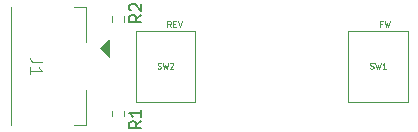
<source format=gbr>
%TF.GenerationSoftware,KiCad,Pcbnew,8.0.6-1.fc40*%
%TF.CreationDate,2025-02-15T18:39:24+01:00*%
%TF.ProjectId,airMouse-thumb,6169724d-6f75-4736-952d-7468756d622e,RC1*%
%TF.SameCoordinates,Original*%
%TF.FileFunction,Legend,Top*%
%TF.FilePolarity,Positive*%
%FSLAX46Y46*%
G04 Gerber Fmt 4.6, Leading zero omitted, Abs format (unit mm)*
G04 Created by KiCad (PCBNEW 8.0.6-1.fc40) date 2025-02-15 18:39:24*
%MOMM*%
%LPD*%
G01*
G04 APERTURE LIST*
%ADD10C,0.080000*%
%ADD11C,0.150000*%
%ADD12C,0.100000*%
%ADD13C,0.120000*%
G04 APERTURE END LIST*
D10*
X159333334Y-60203340D02*
X159404762Y-60227149D01*
X159404762Y-60227149D02*
X159523810Y-60227149D01*
X159523810Y-60227149D02*
X159571429Y-60203340D01*
X159571429Y-60203340D02*
X159595238Y-60179530D01*
X159595238Y-60179530D02*
X159619048Y-60131911D01*
X159619048Y-60131911D02*
X159619048Y-60084292D01*
X159619048Y-60084292D02*
X159595238Y-60036673D01*
X159595238Y-60036673D02*
X159571429Y-60012863D01*
X159571429Y-60012863D02*
X159523810Y-59989054D01*
X159523810Y-59989054D02*
X159428572Y-59965244D01*
X159428572Y-59965244D02*
X159380953Y-59941435D01*
X159380953Y-59941435D02*
X159357143Y-59917625D01*
X159357143Y-59917625D02*
X159333334Y-59870006D01*
X159333334Y-59870006D02*
X159333334Y-59822387D01*
X159333334Y-59822387D02*
X159357143Y-59774768D01*
X159357143Y-59774768D02*
X159380953Y-59750959D01*
X159380953Y-59750959D02*
X159428572Y-59727149D01*
X159428572Y-59727149D02*
X159547619Y-59727149D01*
X159547619Y-59727149D02*
X159619048Y-59750959D01*
X159785714Y-59727149D02*
X159904762Y-60227149D01*
X159904762Y-60227149D02*
X160000000Y-59870006D01*
X160000000Y-59870006D02*
X160095238Y-60227149D01*
X160095238Y-60227149D02*
X160214286Y-59727149D01*
X160380953Y-59774768D02*
X160404762Y-59750959D01*
X160404762Y-59750959D02*
X160452381Y-59727149D01*
X160452381Y-59727149D02*
X160571429Y-59727149D01*
X160571429Y-59727149D02*
X160619048Y-59750959D01*
X160619048Y-59750959D02*
X160642857Y-59774768D01*
X160642857Y-59774768D02*
X160666667Y-59822387D01*
X160666667Y-59822387D02*
X160666667Y-59870006D01*
X160666667Y-59870006D02*
X160642857Y-59941435D01*
X160642857Y-59941435D02*
X160357143Y-60227149D01*
X160357143Y-60227149D02*
X160666667Y-60227149D01*
X160457392Y-56684649D02*
X160290726Y-56446554D01*
X160171678Y-56684649D02*
X160171678Y-56184649D01*
X160171678Y-56184649D02*
X160362154Y-56184649D01*
X160362154Y-56184649D02*
X160409773Y-56208459D01*
X160409773Y-56208459D02*
X160433583Y-56232268D01*
X160433583Y-56232268D02*
X160457392Y-56279887D01*
X160457392Y-56279887D02*
X160457392Y-56351316D01*
X160457392Y-56351316D02*
X160433583Y-56398935D01*
X160433583Y-56398935D02*
X160409773Y-56422744D01*
X160409773Y-56422744D02*
X160362154Y-56446554D01*
X160362154Y-56446554D02*
X160171678Y-56446554D01*
X160671678Y-56422744D02*
X160838345Y-56422744D01*
X160909773Y-56684649D02*
X160671678Y-56684649D01*
X160671678Y-56684649D02*
X160671678Y-56184649D01*
X160671678Y-56184649D02*
X160909773Y-56184649D01*
X161052631Y-56184649D02*
X161219297Y-56684649D01*
X161219297Y-56684649D02*
X161385964Y-56184649D01*
X177333334Y-60203340D02*
X177404762Y-60227149D01*
X177404762Y-60227149D02*
X177523810Y-60227149D01*
X177523810Y-60227149D02*
X177571429Y-60203340D01*
X177571429Y-60203340D02*
X177595238Y-60179530D01*
X177595238Y-60179530D02*
X177619048Y-60131911D01*
X177619048Y-60131911D02*
X177619048Y-60084292D01*
X177619048Y-60084292D02*
X177595238Y-60036673D01*
X177595238Y-60036673D02*
X177571429Y-60012863D01*
X177571429Y-60012863D02*
X177523810Y-59989054D01*
X177523810Y-59989054D02*
X177428572Y-59965244D01*
X177428572Y-59965244D02*
X177380953Y-59941435D01*
X177380953Y-59941435D02*
X177357143Y-59917625D01*
X177357143Y-59917625D02*
X177333334Y-59870006D01*
X177333334Y-59870006D02*
X177333334Y-59822387D01*
X177333334Y-59822387D02*
X177357143Y-59774768D01*
X177357143Y-59774768D02*
X177380953Y-59750959D01*
X177380953Y-59750959D02*
X177428572Y-59727149D01*
X177428572Y-59727149D02*
X177547619Y-59727149D01*
X177547619Y-59727149D02*
X177619048Y-59750959D01*
X177785714Y-59727149D02*
X177904762Y-60227149D01*
X177904762Y-60227149D02*
X178000000Y-59870006D01*
X178000000Y-59870006D02*
X178095238Y-60227149D01*
X178095238Y-60227149D02*
X178214286Y-59727149D01*
X178666667Y-60227149D02*
X178380953Y-60227149D01*
X178523810Y-60227149D02*
X178523810Y-59727149D01*
X178523810Y-59727149D02*
X178476191Y-59798578D01*
X178476191Y-59798578D02*
X178428572Y-59846197D01*
X178428572Y-59846197D02*
X178380953Y-59870006D01*
X178338345Y-56422744D02*
X178171678Y-56422744D01*
X178171678Y-56684649D02*
X178171678Y-56184649D01*
X178171678Y-56184649D02*
X178409773Y-56184649D01*
X178552630Y-56184649D02*
X178671678Y-56684649D01*
X178671678Y-56684649D02*
X178766916Y-56327506D01*
X178766916Y-56327506D02*
X178862154Y-56684649D01*
X178862154Y-56684649D02*
X178981202Y-56184649D01*
D11*
X157954819Y-55666666D02*
X157478628Y-55999999D01*
X157954819Y-56238094D02*
X156954819Y-56238094D01*
X156954819Y-56238094D02*
X156954819Y-55857142D01*
X156954819Y-55857142D02*
X157002438Y-55761904D01*
X157002438Y-55761904D02*
X157050057Y-55714285D01*
X157050057Y-55714285D02*
X157145295Y-55666666D01*
X157145295Y-55666666D02*
X157288152Y-55666666D01*
X157288152Y-55666666D02*
X157383390Y-55714285D01*
X157383390Y-55714285D02*
X157431009Y-55761904D01*
X157431009Y-55761904D02*
X157478628Y-55857142D01*
X157478628Y-55857142D02*
X157478628Y-56238094D01*
X157050057Y-55285713D02*
X157002438Y-55238094D01*
X157002438Y-55238094D02*
X156954819Y-55142856D01*
X156954819Y-55142856D02*
X156954819Y-54904761D01*
X156954819Y-54904761D02*
X157002438Y-54809523D01*
X157002438Y-54809523D02*
X157050057Y-54761904D01*
X157050057Y-54761904D02*
X157145295Y-54714285D01*
X157145295Y-54714285D02*
X157240533Y-54714285D01*
X157240533Y-54714285D02*
X157383390Y-54761904D01*
X157383390Y-54761904D02*
X157954819Y-55333332D01*
X157954819Y-55333332D02*
X157954819Y-54714285D01*
X157954819Y-64666666D02*
X157478628Y-64999999D01*
X157954819Y-65238094D02*
X156954819Y-65238094D01*
X156954819Y-65238094D02*
X156954819Y-64857142D01*
X156954819Y-64857142D02*
X157002438Y-64761904D01*
X157002438Y-64761904D02*
X157050057Y-64714285D01*
X157050057Y-64714285D02*
X157145295Y-64666666D01*
X157145295Y-64666666D02*
X157288152Y-64666666D01*
X157288152Y-64666666D02*
X157383390Y-64714285D01*
X157383390Y-64714285D02*
X157431009Y-64761904D01*
X157431009Y-64761904D02*
X157478628Y-64857142D01*
X157478628Y-64857142D02*
X157478628Y-65238094D01*
X157954819Y-63714285D02*
X157954819Y-64285713D01*
X157954819Y-63999999D02*
X156954819Y-63999999D01*
X156954819Y-63999999D02*
X157097676Y-64095237D01*
X157097676Y-64095237D02*
X157192914Y-64190475D01*
X157192914Y-64190475D02*
X157240533Y-64285713D01*
D12*
X149542580Y-59666666D02*
X148828295Y-59666666D01*
X148828295Y-59666666D02*
X148685438Y-59619047D01*
X148685438Y-59619047D02*
X148590200Y-59523809D01*
X148590200Y-59523809D02*
X148542580Y-59380952D01*
X148542580Y-59380952D02*
X148542580Y-59285714D01*
X148542580Y-60666666D02*
X148542580Y-60095238D01*
X148542580Y-60380952D02*
X149542580Y-60380952D01*
X149542580Y-60380952D02*
X149399723Y-60285714D01*
X149399723Y-60285714D02*
X149304485Y-60190476D01*
X149304485Y-60190476D02*
X149256866Y-60095238D01*
%TO.C,SW2*%
X157500000Y-57000000D02*
X162500000Y-57000000D01*
X162500000Y-63000000D01*
X157500000Y-63000000D01*
X157500000Y-57000000D01*
%TO.C,SW1*%
X175500000Y-57000000D02*
X180500000Y-57000000D01*
X180500000Y-63000000D01*
X175500000Y-63000000D01*
X175500000Y-57000000D01*
D13*
%TO.C,R2*%
X156522500Y-55762742D02*
X156522500Y-56237258D01*
X155477500Y-55762742D02*
X155477500Y-56237258D01*
%TO.C,R1*%
X155477500Y-64237258D02*
X155477500Y-63762742D01*
X156522500Y-64237258D02*
X156522500Y-63762742D01*
D12*
%TO.C,J1*%
X153287500Y-55000000D02*
X152287500Y-55000000D01*
X146887500Y-55000000D02*
X146887500Y-65000000D01*
X153287500Y-58000000D02*
X153287500Y-55000000D01*
X153287500Y-62000000D02*
X153287500Y-65000000D01*
X153287500Y-65000000D02*
X152287500Y-65000000D01*
X155187500Y-59200000D02*
X154487500Y-58500000D01*
X155187500Y-57800000D01*
X155187500Y-59200000D01*
G36*
X155187500Y-59200000D02*
G01*
X154487500Y-58500000D01*
X155187500Y-57800000D01*
X155187500Y-59200000D01*
G37*
%TD*%
M02*

</source>
